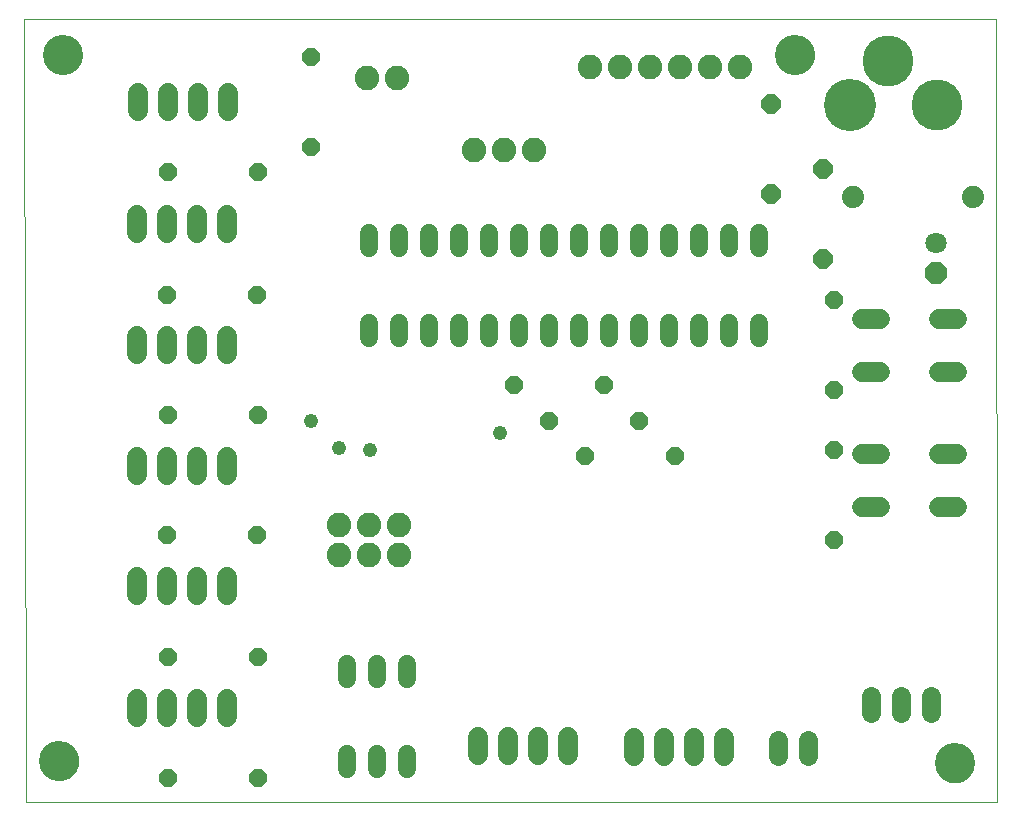
<source format=gts>
G75*
%MOIN*%
%OFA0B0*%
%FSLAX25Y25*%
%IPPOS*%
%LPD*%
%AMOC8*
5,1,8,0,0,1.08239X$1,22.5*
%
%ADD10C,0.00000*%
%ADD11C,0.13398*%
%ADD12OC8,0.07100*%
%ADD13C,0.07100*%
%ADD14OC8,0.06400*%
%ADD15C,0.06000*%
%ADD16C,0.17398*%
%ADD17C,0.17000*%
%ADD18OC8,0.06000*%
%ADD19C,0.06800*%
%ADD20C,0.08200*%
%ADD21C,0.06400*%
%ADD22C,0.07400*%
%ADD23C,0.04800*%
D10*
X0001394Y0001000D02*
X0001000Y0262024D01*
X0324858Y0262024D01*
X0325252Y0001000D01*
X0001394Y0001000D01*
X0006355Y0014780D02*
X0006357Y0014938D01*
X0006363Y0015096D01*
X0006373Y0015254D01*
X0006387Y0015412D01*
X0006405Y0015569D01*
X0006426Y0015726D01*
X0006452Y0015882D01*
X0006482Y0016038D01*
X0006515Y0016193D01*
X0006553Y0016346D01*
X0006594Y0016499D01*
X0006639Y0016651D01*
X0006688Y0016802D01*
X0006741Y0016951D01*
X0006797Y0017099D01*
X0006857Y0017245D01*
X0006921Y0017390D01*
X0006989Y0017533D01*
X0007060Y0017675D01*
X0007134Y0017815D01*
X0007212Y0017952D01*
X0007294Y0018088D01*
X0007378Y0018222D01*
X0007467Y0018353D01*
X0007558Y0018482D01*
X0007653Y0018609D01*
X0007750Y0018734D01*
X0007851Y0018856D01*
X0007955Y0018975D01*
X0008062Y0019092D01*
X0008172Y0019206D01*
X0008285Y0019317D01*
X0008400Y0019426D01*
X0008518Y0019531D01*
X0008639Y0019633D01*
X0008762Y0019733D01*
X0008888Y0019829D01*
X0009016Y0019922D01*
X0009146Y0020012D01*
X0009279Y0020098D01*
X0009414Y0020182D01*
X0009550Y0020261D01*
X0009689Y0020338D01*
X0009830Y0020410D01*
X0009972Y0020480D01*
X0010116Y0020545D01*
X0010262Y0020607D01*
X0010409Y0020665D01*
X0010558Y0020720D01*
X0010708Y0020771D01*
X0010859Y0020818D01*
X0011011Y0020861D01*
X0011164Y0020900D01*
X0011319Y0020936D01*
X0011474Y0020967D01*
X0011630Y0020995D01*
X0011786Y0021019D01*
X0011943Y0021039D01*
X0012101Y0021055D01*
X0012258Y0021067D01*
X0012417Y0021075D01*
X0012575Y0021079D01*
X0012733Y0021079D01*
X0012891Y0021075D01*
X0013050Y0021067D01*
X0013207Y0021055D01*
X0013365Y0021039D01*
X0013522Y0021019D01*
X0013678Y0020995D01*
X0013834Y0020967D01*
X0013989Y0020936D01*
X0014144Y0020900D01*
X0014297Y0020861D01*
X0014449Y0020818D01*
X0014600Y0020771D01*
X0014750Y0020720D01*
X0014899Y0020665D01*
X0015046Y0020607D01*
X0015192Y0020545D01*
X0015336Y0020480D01*
X0015478Y0020410D01*
X0015619Y0020338D01*
X0015758Y0020261D01*
X0015894Y0020182D01*
X0016029Y0020098D01*
X0016162Y0020012D01*
X0016292Y0019922D01*
X0016420Y0019829D01*
X0016546Y0019733D01*
X0016669Y0019633D01*
X0016790Y0019531D01*
X0016908Y0019426D01*
X0017023Y0019317D01*
X0017136Y0019206D01*
X0017246Y0019092D01*
X0017353Y0018975D01*
X0017457Y0018856D01*
X0017558Y0018734D01*
X0017655Y0018609D01*
X0017750Y0018482D01*
X0017841Y0018353D01*
X0017930Y0018222D01*
X0018014Y0018088D01*
X0018096Y0017952D01*
X0018174Y0017815D01*
X0018248Y0017675D01*
X0018319Y0017533D01*
X0018387Y0017390D01*
X0018451Y0017245D01*
X0018511Y0017099D01*
X0018567Y0016951D01*
X0018620Y0016802D01*
X0018669Y0016651D01*
X0018714Y0016499D01*
X0018755Y0016346D01*
X0018793Y0016193D01*
X0018826Y0016038D01*
X0018856Y0015882D01*
X0018882Y0015726D01*
X0018903Y0015569D01*
X0018921Y0015412D01*
X0018935Y0015254D01*
X0018945Y0015096D01*
X0018951Y0014938D01*
X0018953Y0014780D01*
X0018951Y0014622D01*
X0018945Y0014464D01*
X0018935Y0014306D01*
X0018921Y0014148D01*
X0018903Y0013991D01*
X0018882Y0013834D01*
X0018856Y0013678D01*
X0018826Y0013522D01*
X0018793Y0013367D01*
X0018755Y0013214D01*
X0018714Y0013061D01*
X0018669Y0012909D01*
X0018620Y0012758D01*
X0018567Y0012609D01*
X0018511Y0012461D01*
X0018451Y0012315D01*
X0018387Y0012170D01*
X0018319Y0012027D01*
X0018248Y0011885D01*
X0018174Y0011745D01*
X0018096Y0011608D01*
X0018014Y0011472D01*
X0017930Y0011338D01*
X0017841Y0011207D01*
X0017750Y0011078D01*
X0017655Y0010951D01*
X0017558Y0010826D01*
X0017457Y0010704D01*
X0017353Y0010585D01*
X0017246Y0010468D01*
X0017136Y0010354D01*
X0017023Y0010243D01*
X0016908Y0010134D01*
X0016790Y0010029D01*
X0016669Y0009927D01*
X0016546Y0009827D01*
X0016420Y0009731D01*
X0016292Y0009638D01*
X0016162Y0009548D01*
X0016029Y0009462D01*
X0015894Y0009378D01*
X0015758Y0009299D01*
X0015619Y0009222D01*
X0015478Y0009150D01*
X0015336Y0009080D01*
X0015192Y0009015D01*
X0015046Y0008953D01*
X0014899Y0008895D01*
X0014750Y0008840D01*
X0014600Y0008789D01*
X0014449Y0008742D01*
X0014297Y0008699D01*
X0014144Y0008660D01*
X0013989Y0008624D01*
X0013834Y0008593D01*
X0013678Y0008565D01*
X0013522Y0008541D01*
X0013365Y0008521D01*
X0013207Y0008505D01*
X0013050Y0008493D01*
X0012891Y0008485D01*
X0012733Y0008481D01*
X0012575Y0008481D01*
X0012417Y0008485D01*
X0012258Y0008493D01*
X0012101Y0008505D01*
X0011943Y0008521D01*
X0011786Y0008541D01*
X0011630Y0008565D01*
X0011474Y0008593D01*
X0011319Y0008624D01*
X0011164Y0008660D01*
X0011011Y0008699D01*
X0010859Y0008742D01*
X0010708Y0008789D01*
X0010558Y0008840D01*
X0010409Y0008895D01*
X0010262Y0008953D01*
X0010116Y0009015D01*
X0009972Y0009080D01*
X0009830Y0009150D01*
X0009689Y0009222D01*
X0009550Y0009299D01*
X0009414Y0009378D01*
X0009279Y0009462D01*
X0009146Y0009548D01*
X0009016Y0009638D01*
X0008888Y0009731D01*
X0008762Y0009827D01*
X0008639Y0009927D01*
X0008518Y0010029D01*
X0008400Y0010134D01*
X0008285Y0010243D01*
X0008172Y0010354D01*
X0008062Y0010468D01*
X0007955Y0010585D01*
X0007851Y0010704D01*
X0007750Y0010826D01*
X0007653Y0010951D01*
X0007558Y0011078D01*
X0007467Y0011207D01*
X0007378Y0011338D01*
X0007294Y0011472D01*
X0007212Y0011608D01*
X0007134Y0011745D01*
X0007060Y0011885D01*
X0006989Y0012027D01*
X0006921Y0012170D01*
X0006857Y0012315D01*
X0006797Y0012461D01*
X0006741Y0012609D01*
X0006688Y0012758D01*
X0006639Y0012909D01*
X0006594Y0013061D01*
X0006553Y0013214D01*
X0006515Y0013367D01*
X0006482Y0013522D01*
X0006452Y0013678D01*
X0006426Y0013834D01*
X0006405Y0013991D01*
X0006387Y0014148D01*
X0006373Y0014306D01*
X0006363Y0014464D01*
X0006357Y0014622D01*
X0006355Y0014780D01*
X0007536Y0250213D02*
X0007538Y0250371D01*
X0007544Y0250529D01*
X0007554Y0250687D01*
X0007568Y0250845D01*
X0007586Y0251002D01*
X0007607Y0251159D01*
X0007633Y0251315D01*
X0007663Y0251471D01*
X0007696Y0251626D01*
X0007734Y0251779D01*
X0007775Y0251932D01*
X0007820Y0252084D01*
X0007869Y0252235D01*
X0007922Y0252384D01*
X0007978Y0252532D01*
X0008038Y0252678D01*
X0008102Y0252823D01*
X0008170Y0252966D01*
X0008241Y0253108D01*
X0008315Y0253248D01*
X0008393Y0253385D01*
X0008475Y0253521D01*
X0008559Y0253655D01*
X0008648Y0253786D01*
X0008739Y0253915D01*
X0008834Y0254042D01*
X0008931Y0254167D01*
X0009032Y0254289D01*
X0009136Y0254408D01*
X0009243Y0254525D01*
X0009353Y0254639D01*
X0009466Y0254750D01*
X0009581Y0254859D01*
X0009699Y0254964D01*
X0009820Y0255066D01*
X0009943Y0255166D01*
X0010069Y0255262D01*
X0010197Y0255355D01*
X0010327Y0255445D01*
X0010460Y0255531D01*
X0010595Y0255615D01*
X0010731Y0255694D01*
X0010870Y0255771D01*
X0011011Y0255843D01*
X0011153Y0255913D01*
X0011297Y0255978D01*
X0011443Y0256040D01*
X0011590Y0256098D01*
X0011739Y0256153D01*
X0011889Y0256204D01*
X0012040Y0256251D01*
X0012192Y0256294D01*
X0012345Y0256333D01*
X0012500Y0256369D01*
X0012655Y0256400D01*
X0012811Y0256428D01*
X0012967Y0256452D01*
X0013124Y0256472D01*
X0013282Y0256488D01*
X0013439Y0256500D01*
X0013598Y0256508D01*
X0013756Y0256512D01*
X0013914Y0256512D01*
X0014072Y0256508D01*
X0014231Y0256500D01*
X0014388Y0256488D01*
X0014546Y0256472D01*
X0014703Y0256452D01*
X0014859Y0256428D01*
X0015015Y0256400D01*
X0015170Y0256369D01*
X0015325Y0256333D01*
X0015478Y0256294D01*
X0015630Y0256251D01*
X0015781Y0256204D01*
X0015931Y0256153D01*
X0016080Y0256098D01*
X0016227Y0256040D01*
X0016373Y0255978D01*
X0016517Y0255913D01*
X0016659Y0255843D01*
X0016800Y0255771D01*
X0016939Y0255694D01*
X0017075Y0255615D01*
X0017210Y0255531D01*
X0017343Y0255445D01*
X0017473Y0255355D01*
X0017601Y0255262D01*
X0017727Y0255166D01*
X0017850Y0255066D01*
X0017971Y0254964D01*
X0018089Y0254859D01*
X0018204Y0254750D01*
X0018317Y0254639D01*
X0018427Y0254525D01*
X0018534Y0254408D01*
X0018638Y0254289D01*
X0018739Y0254167D01*
X0018836Y0254042D01*
X0018931Y0253915D01*
X0019022Y0253786D01*
X0019111Y0253655D01*
X0019195Y0253521D01*
X0019277Y0253385D01*
X0019355Y0253248D01*
X0019429Y0253108D01*
X0019500Y0252966D01*
X0019568Y0252823D01*
X0019632Y0252678D01*
X0019692Y0252532D01*
X0019748Y0252384D01*
X0019801Y0252235D01*
X0019850Y0252084D01*
X0019895Y0251932D01*
X0019936Y0251779D01*
X0019974Y0251626D01*
X0020007Y0251471D01*
X0020037Y0251315D01*
X0020063Y0251159D01*
X0020084Y0251002D01*
X0020102Y0250845D01*
X0020116Y0250687D01*
X0020126Y0250529D01*
X0020132Y0250371D01*
X0020134Y0250213D01*
X0020132Y0250055D01*
X0020126Y0249897D01*
X0020116Y0249739D01*
X0020102Y0249581D01*
X0020084Y0249424D01*
X0020063Y0249267D01*
X0020037Y0249111D01*
X0020007Y0248955D01*
X0019974Y0248800D01*
X0019936Y0248647D01*
X0019895Y0248494D01*
X0019850Y0248342D01*
X0019801Y0248191D01*
X0019748Y0248042D01*
X0019692Y0247894D01*
X0019632Y0247748D01*
X0019568Y0247603D01*
X0019500Y0247460D01*
X0019429Y0247318D01*
X0019355Y0247178D01*
X0019277Y0247041D01*
X0019195Y0246905D01*
X0019111Y0246771D01*
X0019022Y0246640D01*
X0018931Y0246511D01*
X0018836Y0246384D01*
X0018739Y0246259D01*
X0018638Y0246137D01*
X0018534Y0246018D01*
X0018427Y0245901D01*
X0018317Y0245787D01*
X0018204Y0245676D01*
X0018089Y0245567D01*
X0017971Y0245462D01*
X0017850Y0245360D01*
X0017727Y0245260D01*
X0017601Y0245164D01*
X0017473Y0245071D01*
X0017343Y0244981D01*
X0017210Y0244895D01*
X0017075Y0244811D01*
X0016939Y0244732D01*
X0016800Y0244655D01*
X0016659Y0244583D01*
X0016517Y0244513D01*
X0016373Y0244448D01*
X0016227Y0244386D01*
X0016080Y0244328D01*
X0015931Y0244273D01*
X0015781Y0244222D01*
X0015630Y0244175D01*
X0015478Y0244132D01*
X0015325Y0244093D01*
X0015170Y0244057D01*
X0015015Y0244026D01*
X0014859Y0243998D01*
X0014703Y0243974D01*
X0014546Y0243954D01*
X0014388Y0243938D01*
X0014231Y0243926D01*
X0014072Y0243918D01*
X0013914Y0243914D01*
X0013756Y0243914D01*
X0013598Y0243918D01*
X0013439Y0243926D01*
X0013282Y0243938D01*
X0013124Y0243954D01*
X0012967Y0243974D01*
X0012811Y0243998D01*
X0012655Y0244026D01*
X0012500Y0244057D01*
X0012345Y0244093D01*
X0012192Y0244132D01*
X0012040Y0244175D01*
X0011889Y0244222D01*
X0011739Y0244273D01*
X0011590Y0244328D01*
X0011443Y0244386D01*
X0011297Y0244448D01*
X0011153Y0244513D01*
X0011011Y0244583D01*
X0010870Y0244655D01*
X0010731Y0244732D01*
X0010595Y0244811D01*
X0010460Y0244895D01*
X0010327Y0244981D01*
X0010197Y0245071D01*
X0010069Y0245164D01*
X0009943Y0245260D01*
X0009820Y0245360D01*
X0009699Y0245462D01*
X0009581Y0245567D01*
X0009466Y0245676D01*
X0009353Y0245787D01*
X0009243Y0245901D01*
X0009136Y0246018D01*
X0009032Y0246137D01*
X0008931Y0246259D01*
X0008834Y0246384D01*
X0008739Y0246511D01*
X0008648Y0246640D01*
X0008559Y0246771D01*
X0008475Y0246905D01*
X0008393Y0247041D01*
X0008315Y0247178D01*
X0008241Y0247318D01*
X0008170Y0247460D01*
X0008102Y0247603D01*
X0008038Y0247748D01*
X0007978Y0247894D01*
X0007922Y0248042D01*
X0007869Y0248191D01*
X0007820Y0248342D01*
X0007775Y0248494D01*
X0007734Y0248647D01*
X0007696Y0248800D01*
X0007663Y0248955D01*
X0007633Y0249111D01*
X0007607Y0249267D01*
X0007586Y0249424D01*
X0007568Y0249581D01*
X0007554Y0249739D01*
X0007544Y0249897D01*
X0007538Y0250055D01*
X0007536Y0250213D01*
X0251630Y0250213D02*
X0251632Y0250371D01*
X0251638Y0250529D01*
X0251648Y0250687D01*
X0251662Y0250845D01*
X0251680Y0251002D01*
X0251701Y0251159D01*
X0251727Y0251315D01*
X0251757Y0251471D01*
X0251790Y0251626D01*
X0251828Y0251779D01*
X0251869Y0251932D01*
X0251914Y0252084D01*
X0251963Y0252235D01*
X0252016Y0252384D01*
X0252072Y0252532D01*
X0252132Y0252678D01*
X0252196Y0252823D01*
X0252264Y0252966D01*
X0252335Y0253108D01*
X0252409Y0253248D01*
X0252487Y0253385D01*
X0252569Y0253521D01*
X0252653Y0253655D01*
X0252742Y0253786D01*
X0252833Y0253915D01*
X0252928Y0254042D01*
X0253025Y0254167D01*
X0253126Y0254289D01*
X0253230Y0254408D01*
X0253337Y0254525D01*
X0253447Y0254639D01*
X0253560Y0254750D01*
X0253675Y0254859D01*
X0253793Y0254964D01*
X0253914Y0255066D01*
X0254037Y0255166D01*
X0254163Y0255262D01*
X0254291Y0255355D01*
X0254421Y0255445D01*
X0254554Y0255531D01*
X0254689Y0255615D01*
X0254825Y0255694D01*
X0254964Y0255771D01*
X0255105Y0255843D01*
X0255247Y0255913D01*
X0255391Y0255978D01*
X0255537Y0256040D01*
X0255684Y0256098D01*
X0255833Y0256153D01*
X0255983Y0256204D01*
X0256134Y0256251D01*
X0256286Y0256294D01*
X0256439Y0256333D01*
X0256594Y0256369D01*
X0256749Y0256400D01*
X0256905Y0256428D01*
X0257061Y0256452D01*
X0257218Y0256472D01*
X0257376Y0256488D01*
X0257533Y0256500D01*
X0257692Y0256508D01*
X0257850Y0256512D01*
X0258008Y0256512D01*
X0258166Y0256508D01*
X0258325Y0256500D01*
X0258482Y0256488D01*
X0258640Y0256472D01*
X0258797Y0256452D01*
X0258953Y0256428D01*
X0259109Y0256400D01*
X0259264Y0256369D01*
X0259419Y0256333D01*
X0259572Y0256294D01*
X0259724Y0256251D01*
X0259875Y0256204D01*
X0260025Y0256153D01*
X0260174Y0256098D01*
X0260321Y0256040D01*
X0260467Y0255978D01*
X0260611Y0255913D01*
X0260753Y0255843D01*
X0260894Y0255771D01*
X0261033Y0255694D01*
X0261169Y0255615D01*
X0261304Y0255531D01*
X0261437Y0255445D01*
X0261567Y0255355D01*
X0261695Y0255262D01*
X0261821Y0255166D01*
X0261944Y0255066D01*
X0262065Y0254964D01*
X0262183Y0254859D01*
X0262298Y0254750D01*
X0262411Y0254639D01*
X0262521Y0254525D01*
X0262628Y0254408D01*
X0262732Y0254289D01*
X0262833Y0254167D01*
X0262930Y0254042D01*
X0263025Y0253915D01*
X0263116Y0253786D01*
X0263205Y0253655D01*
X0263289Y0253521D01*
X0263371Y0253385D01*
X0263449Y0253248D01*
X0263523Y0253108D01*
X0263594Y0252966D01*
X0263662Y0252823D01*
X0263726Y0252678D01*
X0263786Y0252532D01*
X0263842Y0252384D01*
X0263895Y0252235D01*
X0263944Y0252084D01*
X0263989Y0251932D01*
X0264030Y0251779D01*
X0264068Y0251626D01*
X0264101Y0251471D01*
X0264131Y0251315D01*
X0264157Y0251159D01*
X0264178Y0251002D01*
X0264196Y0250845D01*
X0264210Y0250687D01*
X0264220Y0250529D01*
X0264226Y0250371D01*
X0264228Y0250213D01*
X0264226Y0250055D01*
X0264220Y0249897D01*
X0264210Y0249739D01*
X0264196Y0249581D01*
X0264178Y0249424D01*
X0264157Y0249267D01*
X0264131Y0249111D01*
X0264101Y0248955D01*
X0264068Y0248800D01*
X0264030Y0248647D01*
X0263989Y0248494D01*
X0263944Y0248342D01*
X0263895Y0248191D01*
X0263842Y0248042D01*
X0263786Y0247894D01*
X0263726Y0247748D01*
X0263662Y0247603D01*
X0263594Y0247460D01*
X0263523Y0247318D01*
X0263449Y0247178D01*
X0263371Y0247041D01*
X0263289Y0246905D01*
X0263205Y0246771D01*
X0263116Y0246640D01*
X0263025Y0246511D01*
X0262930Y0246384D01*
X0262833Y0246259D01*
X0262732Y0246137D01*
X0262628Y0246018D01*
X0262521Y0245901D01*
X0262411Y0245787D01*
X0262298Y0245676D01*
X0262183Y0245567D01*
X0262065Y0245462D01*
X0261944Y0245360D01*
X0261821Y0245260D01*
X0261695Y0245164D01*
X0261567Y0245071D01*
X0261437Y0244981D01*
X0261304Y0244895D01*
X0261169Y0244811D01*
X0261033Y0244732D01*
X0260894Y0244655D01*
X0260753Y0244583D01*
X0260611Y0244513D01*
X0260467Y0244448D01*
X0260321Y0244386D01*
X0260174Y0244328D01*
X0260025Y0244273D01*
X0259875Y0244222D01*
X0259724Y0244175D01*
X0259572Y0244132D01*
X0259419Y0244093D01*
X0259264Y0244057D01*
X0259109Y0244026D01*
X0258953Y0243998D01*
X0258797Y0243974D01*
X0258640Y0243954D01*
X0258482Y0243938D01*
X0258325Y0243926D01*
X0258166Y0243918D01*
X0258008Y0243914D01*
X0257850Y0243914D01*
X0257692Y0243918D01*
X0257533Y0243926D01*
X0257376Y0243938D01*
X0257218Y0243954D01*
X0257061Y0243974D01*
X0256905Y0243998D01*
X0256749Y0244026D01*
X0256594Y0244057D01*
X0256439Y0244093D01*
X0256286Y0244132D01*
X0256134Y0244175D01*
X0255983Y0244222D01*
X0255833Y0244273D01*
X0255684Y0244328D01*
X0255537Y0244386D01*
X0255391Y0244448D01*
X0255247Y0244513D01*
X0255105Y0244583D01*
X0254964Y0244655D01*
X0254825Y0244732D01*
X0254689Y0244811D01*
X0254554Y0244895D01*
X0254421Y0244981D01*
X0254291Y0245071D01*
X0254163Y0245164D01*
X0254037Y0245260D01*
X0253914Y0245360D01*
X0253793Y0245462D01*
X0253675Y0245567D01*
X0253560Y0245676D01*
X0253447Y0245787D01*
X0253337Y0245901D01*
X0253230Y0246018D01*
X0253126Y0246137D01*
X0253025Y0246259D01*
X0252928Y0246384D01*
X0252833Y0246511D01*
X0252742Y0246640D01*
X0252653Y0246771D01*
X0252569Y0246905D01*
X0252487Y0247041D01*
X0252409Y0247178D01*
X0252335Y0247318D01*
X0252264Y0247460D01*
X0252196Y0247603D01*
X0252132Y0247748D01*
X0252072Y0247894D01*
X0252016Y0248042D01*
X0251963Y0248191D01*
X0251914Y0248342D01*
X0251869Y0248494D01*
X0251828Y0248647D01*
X0251790Y0248800D01*
X0251757Y0248955D01*
X0251727Y0249111D01*
X0251701Y0249267D01*
X0251680Y0249424D01*
X0251662Y0249581D01*
X0251648Y0249739D01*
X0251638Y0249897D01*
X0251632Y0250055D01*
X0251630Y0250213D01*
X0304780Y0013992D02*
X0304782Y0014150D01*
X0304788Y0014308D01*
X0304798Y0014466D01*
X0304812Y0014624D01*
X0304830Y0014781D01*
X0304851Y0014938D01*
X0304877Y0015094D01*
X0304907Y0015250D01*
X0304940Y0015405D01*
X0304978Y0015558D01*
X0305019Y0015711D01*
X0305064Y0015863D01*
X0305113Y0016014D01*
X0305166Y0016163D01*
X0305222Y0016311D01*
X0305282Y0016457D01*
X0305346Y0016602D01*
X0305414Y0016745D01*
X0305485Y0016887D01*
X0305559Y0017027D01*
X0305637Y0017164D01*
X0305719Y0017300D01*
X0305803Y0017434D01*
X0305892Y0017565D01*
X0305983Y0017694D01*
X0306078Y0017821D01*
X0306175Y0017946D01*
X0306276Y0018068D01*
X0306380Y0018187D01*
X0306487Y0018304D01*
X0306597Y0018418D01*
X0306710Y0018529D01*
X0306825Y0018638D01*
X0306943Y0018743D01*
X0307064Y0018845D01*
X0307187Y0018945D01*
X0307313Y0019041D01*
X0307441Y0019134D01*
X0307571Y0019224D01*
X0307704Y0019310D01*
X0307839Y0019394D01*
X0307975Y0019473D01*
X0308114Y0019550D01*
X0308255Y0019622D01*
X0308397Y0019692D01*
X0308541Y0019757D01*
X0308687Y0019819D01*
X0308834Y0019877D01*
X0308983Y0019932D01*
X0309133Y0019983D01*
X0309284Y0020030D01*
X0309436Y0020073D01*
X0309589Y0020112D01*
X0309744Y0020148D01*
X0309899Y0020179D01*
X0310055Y0020207D01*
X0310211Y0020231D01*
X0310368Y0020251D01*
X0310526Y0020267D01*
X0310683Y0020279D01*
X0310842Y0020287D01*
X0311000Y0020291D01*
X0311158Y0020291D01*
X0311316Y0020287D01*
X0311475Y0020279D01*
X0311632Y0020267D01*
X0311790Y0020251D01*
X0311947Y0020231D01*
X0312103Y0020207D01*
X0312259Y0020179D01*
X0312414Y0020148D01*
X0312569Y0020112D01*
X0312722Y0020073D01*
X0312874Y0020030D01*
X0313025Y0019983D01*
X0313175Y0019932D01*
X0313324Y0019877D01*
X0313471Y0019819D01*
X0313617Y0019757D01*
X0313761Y0019692D01*
X0313903Y0019622D01*
X0314044Y0019550D01*
X0314183Y0019473D01*
X0314319Y0019394D01*
X0314454Y0019310D01*
X0314587Y0019224D01*
X0314717Y0019134D01*
X0314845Y0019041D01*
X0314971Y0018945D01*
X0315094Y0018845D01*
X0315215Y0018743D01*
X0315333Y0018638D01*
X0315448Y0018529D01*
X0315561Y0018418D01*
X0315671Y0018304D01*
X0315778Y0018187D01*
X0315882Y0018068D01*
X0315983Y0017946D01*
X0316080Y0017821D01*
X0316175Y0017694D01*
X0316266Y0017565D01*
X0316355Y0017434D01*
X0316439Y0017300D01*
X0316521Y0017164D01*
X0316599Y0017027D01*
X0316673Y0016887D01*
X0316744Y0016745D01*
X0316812Y0016602D01*
X0316876Y0016457D01*
X0316936Y0016311D01*
X0316992Y0016163D01*
X0317045Y0016014D01*
X0317094Y0015863D01*
X0317139Y0015711D01*
X0317180Y0015558D01*
X0317218Y0015405D01*
X0317251Y0015250D01*
X0317281Y0015094D01*
X0317307Y0014938D01*
X0317328Y0014781D01*
X0317346Y0014624D01*
X0317360Y0014466D01*
X0317370Y0014308D01*
X0317376Y0014150D01*
X0317378Y0013992D01*
X0317376Y0013834D01*
X0317370Y0013676D01*
X0317360Y0013518D01*
X0317346Y0013360D01*
X0317328Y0013203D01*
X0317307Y0013046D01*
X0317281Y0012890D01*
X0317251Y0012734D01*
X0317218Y0012579D01*
X0317180Y0012426D01*
X0317139Y0012273D01*
X0317094Y0012121D01*
X0317045Y0011970D01*
X0316992Y0011821D01*
X0316936Y0011673D01*
X0316876Y0011527D01*
X0316812Y0011382D01*
X0316744Y0011239D01*
X0316673Y0011097D01*
X0316599Y0010957D01*
X0316521Y0010820D01*
X0316439Y0010684D01*
X0316355Y0010550D01*
X0316266Y0010419D01*
X0316175Y0010290D01*
X0316080Y0010163D01*
X0315983Y0010038D01*
X0315882Y0009916D01*
X0315778Y0009797D01*
X0315671Y0009680D01*
X0315561Y0009566D01*
X0315448Y0009455D01*
X0315333Y0009346D01*
X0315215Y0009241D01*
X0315094Y0009139D01*
X0314971Y0009039D01*
X0314845Y0008943D01*
X0314717Y0008850D01*
X0314587Y0008760D01*
X0314454Y0008674D01*
X0314319Y0008590D01*
X0314183Y0008511D01*
X0314044Y0008434D01*
X0313903Y0008362D01*
X0313761Y0008292D01*
X0313617Y0008227D01*
X0313471Y0008165D01*
X0313324Y0008107D01*
X0313175Y0008052D01*
X0313025Y0008001D01*
X0312874Y0007954D01*
X0312722Y0007911D01*
X0312569Y0007872D01*
X0312414Y0007836D01*
X0312259Y0007805D01*
X0312103Y0007777D01*
X0311947Y0007753D01*
X0311790Y0007733D01*
X0311632Y0007717D01*
X0311475Y0007705D01*
X0311316Y0007697D01*
X0311158Y0007693D01*
X0311000Y0007693D01*
X0310842Y0007697D01*
X0310683Y0007705D01*
X0310526Y0007717D01*
X0310368Y0007733D01*
X0310211Y0007753D01*
X0310055Y0007777D01*
X0309899Y0007805D01*
X0309744Y0007836D01*
X0309589Y0007872D01*
X0309436Y0007911D01*
X0309284Y0007954D01*
X0309133Y0008001D01*
X0308983Y0008052D01*
X0308834Y0008107D01*
X0308687Y0008165D01*
X0308541Y0008227D01*
X0308397Y0008292D01*
X0308255Y0008362D01*
X0308114Y0008434D01*
X0307975Y0008511D01*
X0307839Y0008590D01*
X0307704Y0008674D01*
X0307571Y0008760D01*
X0307441Y0008850D01*
X0307313Y0008943D01*
X0307187Y0009039D01*
X0307064Y0009139D01*
X0306943Y0009241D01*
X0306825Y0009346D01*
X0306710Y0009455D01*
X0306597Y0009566D01*
X0306487Y0009680D01*
X0306380Y0009797D01*
X0306276Y0009916D01*
X0306175Y0010038D01*
X0306078Y0010163D01*
X0305983Y0010290D01*
X0305892Y0010419D01*
X0305803Y0010550D01*
X0305719Y0010684D01*
X0305637Y0010820D01*
X0305559Y0010957D01*
X0305485Y0011097D01*
X0305414Y0011239D01*
X0305346Y0011382D01*
X0305282Y0011527D01*
X0305222Y0011673D01*
X0305166Y0011821D01*
X0305113Y0011970D01*
X0305064Y0012121D01*
X0305019Y0012273D01*
X0304978Y0012426D01*
X0304940Y0012579D01*
X0304907Y0012734D01*
X0304877Y0012890D01*
X0304851Y0013046D01*
X0304830Y0013203D01*
X0304812Y0013360D01*
X0304798Y0013518D01*
X0304788Y0013676D01*
X0304782Y0013834D01*
X0304780Y0013992D01*
D11*
X0311079Y0013992D03*
X0012654Y0014780D03*
X0013835Y0250213D03*
X0257929Y0250213D03*
D12*
X0304937Y0177575D03*
D13*
X0304937Y0187575D03*
D14*
X0267063Y0182260D03*
X0250055Y0203717D03*
X0267063Y0212260D03*
X0250055Y0233717D03*
D15*
X0246000Y0190923D02*
X0246000Y0185723D01*
X0236000Y0185723D02*
X0236000Y0190923D01*
X0226000Y0190923D02*
X0226000Y0185723D01*
X0216000Y0185723D02*
X0216000Y0190923D01*
X0206000Y0190923D02*
X0206000Y0185723D01*
X0196000Y0185723D02*
X0196000Y0190923D01*
X0186000Y0190923D02*
X0186000Y0185723D01*
X0176000Y0185723D02*
X0176000Y0190923D01*
X0166000Y0190923D02*
X0166000Y0185723D01*
X0156000Y0185723D02*
X0156000Y0190923D01*
X0146000Y0190923D02*
X0146000Y0185723D01*
X0136000Y0185723D02*
X0136000Y0190923D01*
X0126000Y0190923D02*
X0126000Y0185723D01*
X0116000Y0185723D02*
X0116000Y0190923D01*
X0116000Y0160923D02*
X0116000Y0155723D01*
X0126000Y0155723D02*
X0126000Y0160923D01*
X0136000Y0160923D02*
X0136000Y0155723D01*
X0146000Y0155723D02*
X0146000Y0160923D01*
X0156000Y0160923D02*
X0156000Y0155723D01*
X0166000Y0155723D02*
X0166000Y0160923D01*
X0176000Y0160923D02*
X0176000Y0155723D01*
X0186000Y0155723D02*
X0186000Y0160923D01*
X0196000Y0160923D02*
X0196000Y0155723D01*
X0206000Y0155723D02*
X0206000Y0160923D01*
X0216000Y0160923D02*
X0216000Y0155723D01*
X0226000Y0155723D02*
X0226000Y0160923D01*
X0236000Y0160923D02*
X0236000Y0155723D01*
X0246000Y0155723D02*
X0246000Y0160923D01*
X0128520Y0047261D02*
X0128520Y0042061D01*
X0118520Y0042061D02*
X0118520Y0047261D01*
X0108520Y0047261D02*
X0108520Y0042061D01*
X0108520Y0017261D02*
X0108520Y0012061D01*
X0118520Y0012061D02*
X0118520Y0017261D01*
X0128520Y0017261D02*
X0128520Y0012061D01*
D16*
X0276363Y0233323D03*
D17*
X0288874Y0248132D03*
X0305185Y0233423D03*
D18*
X0271000Y0168323D03*
X0271000Y0138323D03*
X0271000Y0118323D03*
X0271000Y0088323D03*
X0217811Y0116354D03*
X0206000Y0128165D03*
X0194189Y0139976D03*
X0176000Y0128165D03*
X0187811Y0116354D03*
X0164189Y0139976D03*
X0078835Y0130134D03*
X0048835Y0130134D03*
X0048441Y0170291D03*
X0078441Y0170291D03*
X0078835Y0211236D03*
X0096512Y0219465D03*
X0096512Y0249465D03*
X0048835Y0211236D03*
X0048441Y0089976D03*
X0078441Y0089976D03*
X0078835Y0049425D03*
X0048835Y0049425D03*
X0048835Y0009268D03*
X0078835Y0009268D03*
D19*
X0068598Y0029496D02*
X0068598Y0035496D01*
X0058598Y0035496D02*
X0058598Y0029496D01*
X0048598Y0029496D02*
X0048598Y0035496D01*
X0038598Y0035496D02*
X0038598Y0029496D01*
X0038598Y0070047D02*
X0038598Y0076047D01*
X0048598Y0076047D02*
X0048598Y0070047D01*
X0058598Y0070047D02*
X0058598Y0076047D01*
X0068598Y0076047D02*
X0068598Y0070047D01*
X0068598Y0110205D02*
X0068598Y0116205D01*
X0058598Y0116205D02*
X0058598Y0110205D01*
X0048598Y0110205D02*
X0048598Y0116205D01*
X0038598Y0116205D02*
X0038598Y0110205D01*
X0038598Y0150362D02*
X0038598Y0156362D01*
X0048598Y0156362D02*
X0048598Y0150362D01*
X0058598Y0150362D02*
X0058598Y0156362D01*
X0068598Y0156362D02*
X0068598Y0150362D01*
X0068598Y0190913D02*
X0068598Y0196913D01*
X0058598Y0196913D02*
X0058598Y0190913D01*
X0048598Y0190913D02*
X0048598Y0196913D01*
X0038598Y0196913D02*
X0038598Y0190913D01*
X0038992Y0231465D02*
X0038992Y0237465D01*
X0048992Y0237465D02*
X0048992Y0231465D01*
X0058992Y0231465D02*
X0058992Y0237465D01*
X0068992Y0237465D02*
X0068992Y0231465D01*
X0280200Y0162223D02*
X0286200Y0162223D01*
X0305800Y0162223D02*
X0311800Y0162223D01*
X0311800Y0144423D02*
X0305800Y0144423D01*
X0286200Y0144423D02*
X0280200Y0144423D01*
X0280200Y0117223D02*
X0286200Y0117223D01*
X0305800Y0117223D02*
X0311800Y0117223D01*
X0311800Y0099423D02*
X0305800Y0099423D01*
X0286200Y0099423D02*
X0280200Y0099423D01*
X0234346Y0022504D02*
X0234346Y0016504D01*
X0224346Y0016504D02*
X0224346Y0022504D01*
X0214346Y0022504D02*
X0214346Y0016504D01*
X0204346Y0016504D02*
X0204346Y0022504D01*
X0182378Y0022898D02*
X0182378Y0016898D01*
X0172378Y0016898D02*
X0172378Y0022898D01*
X0162378Y0022898D02*
X0162378Y0016898D01*
X0152378Y0016898D02*
X0152378Y0022898D01*
D20*
X0126000Y0083323D03*
X0116000Y0083323D03*
X0106000Y0083323D03*
X0106000Y0093323D03*
X0116000Y0093323D03*
X0126000Y0093323D03*
X0151000Y0218323D03*
X0161000Y0218323D03*
X0171000Y0218323D03*
X0189622Y0246276D03*
X0199622Y0246276D03*
X0209622Y0246276D03*
X0219622Y0246276D03*
X0229622Y0246276D03*
X0239622Y0246276D03*
X0125134Y0242339D03*
X0115134Y0242339D03*
D21*
X0283362Y0036477D02*
X0283362Y0030877D01*
X0293362Y0030877D02*
X0293362Y0036477D01*
X0303362Y0036477D02*
X0303362Y0030877D01*
X0262142Y0021910D02*
X0262142Y0016310D01*
X0252142Y0016310D02*
X0252142Y0021910D01*
D22*
X0277299Y0202969D03*
X0317299Y0202969D03*
D23*
X0159504Y0124228D03*
X0116224Y0118458D03*
X0105843Y0119150D03*
X0096512Y0128165D03*
M02*

</source>
